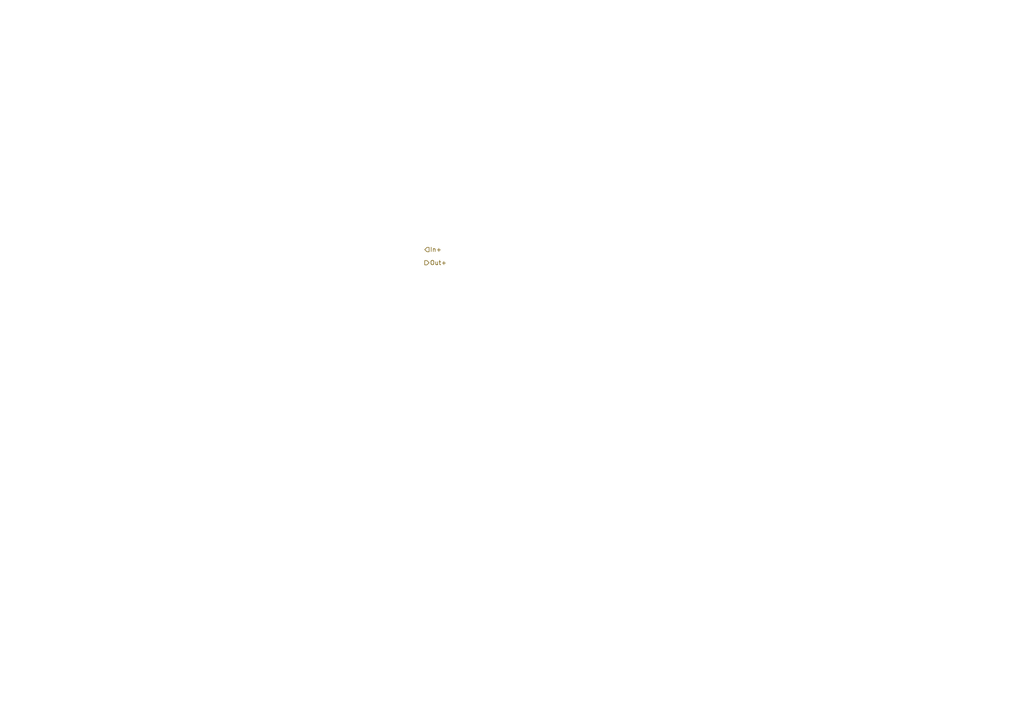
<source format=kicad_sch>
(kicad_sch
	(version 20250114)
	(generator "eeschema")
	(generator_version "9.0")
	(uuid "7291d4d3-184d-46de-a986-fa3a02bfdf45")
	(paper "A4")
	(lib_symbols)
	(hierarchical_label "Out+"
		(shape output)
		(at 123.19 76.2 0)
		(effects
			(font
				(size 1.27 1.27)
			)
			(justify left)
		)
		(uuid "0d92ae0e-309a-4cc6-b98b-cff9ace275ca")
	)
	(hierarchical_label "In+"
		(shape input)
		(at 123.19 72.39 0)
		(effects
			(font
				(size 1.27 1.27)
			)
			(justify left)
		)
		(uuid "9459d4cc-cc79-4115-93c5-728eee571241")
	)
)

</source>
